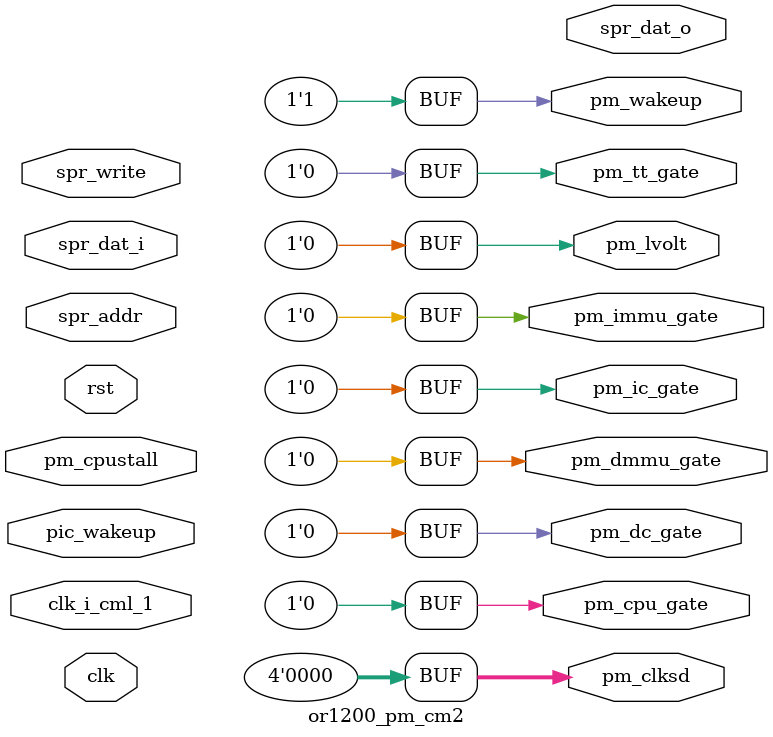
<source format=v>


// synopsys translate_off
`include "timescale.v"
// synopsys translate_on
`include "or1200_defines.v"

module or1200_pm_cm2(
		clk_i_cml_1,
		
	// RISC Internal Interface
	clk, rst, pic_wakeup, spr_write, spr_addr, spr_dat_i, spr_dat_o,
	
	// Power Management Interface
	pm_clksd, pm_cpustall, pm_dc_gate, pm_ic_gate, pm_dmmu_gate,
	pm_immu_gate, pm_tt_gate, pm_cpu_gate, pm_wakeup, pm_lvolt
);


input clk_i_cml_1;
reg  spr_write_cml_1;
reg [ 31 : 0 ] spr_addr_cml_1;
reg [ 31 : 0 ] spr_dat_i_cml_1;
reg  pm_cpustall_cml_1;
reg [ 3 : 0 ] sdf_cml_1;
reg  dme_cml_1;
reg  sme_cml_1;
reg  dcge_cml_1;



//
// RISC Internal Interface
//
input		clk;		// Clock
input		rst;		// Reset
input		pic_wakeup;	// Wakeup from the PIC
input		spr_write;	// SPR Read/Write
input	[31:0]	spr_addr;	// SPR Address
input	[31:0]	spr_dat_i;	// SPR Write Data
output	[31:0]	spr_dat_o;	// SPR Read Data

//
// Power Management Interface
//
input		pm_cpustall;	// Stall the CPU
output	[3:0]	pm_clksd;	// Clock Slowdown factor
output		pm_dc_gate;	// Gate DCache clock
output		pm_ic_gate;	// Gate ICache clock
output		pm_dmmu_gate;	// Gate DMMU clock
output		pm_immu_gate;	// Gate IMMU clock
output		pm_tt_gate;	// Gate Tick Timer clock
output		pm_cpu_gate;	// Gate main RISC/CPU clock
output		pm_wakeup;	// Activate (de-gate) all clocks
output		pm_lvolt;	// Lower operating voltage

`ifdef OR1200_PM_IMPLEMENTED

//
// Power Management Register bits
//
reg	[3:0]	sdf;	// Slow-down factor
reg		dme;	// Doze Mode Enable
reg		sme;	// Sleep Mode Enable
reg		dcge;	// Dynamic Clock Gating Enable

//
// Internal wires
//
wire		pmr_sel; // PMR select

//
// PMR address decoder (partial decoder)
//
`ifdef OR1200_PM_PARTIAL_DECODING

// SynEDA CoreMultiplier
// assignment(s): pmr_sel
// replace(s): spr_addr
assign pmr_sel = (spr_addr_cml_1[`OR1200_SPR_GROUP_BITS] == `OR1200_SPRGRP_PM) ? 1'b1 : 1'b0;
`else
assign pmr_sel = ((spr_addr[`OR1200_SPR_GROUP_BITS] == `OR1200_SPRGRP_PM) &&
		  (spr_addr[`OR1200_SPR_OFS_BITS] == `OR1200_PM_OFS_PMR)) ? 1'b1 : 1'b0;
`endif

//
// Write to PMR and also PMR[DME]/PMR[SME] reset when
// pic_wakeup is asserted
//

// SynEDA CoreMultiplier
// assignment(s): sdf, dme, sme, dcge
// replace(s): spr_write, spr_dat_i, sdf, dme, sme, dcge
always @(posedge clk or posedge rst)
	if (rst)
		{dcge, sme, dme, sdf} <= 7'b0;
	else begin  dcge <= dcge_cml_1; sme <= sme_cml_1; dme <= dme_cml_1; sdf <= sdf_cml_1; if (pmr_sel && spr_write_cml_1) begin
		sdf <= #1 spr_dat_i_cml_1[`OR1200_PM_PMR_SDF];
		dme <= #1 spr_dat_i_cml_1[`OR1200_PM_PMR_DME];
		sme <= #1 spr_dat_i_cml_1[`OR1200_PM_PMR_SME];
		dcge <= #1 spr_dat_i_cml_1[`OR1200_PM_PMR_DCGE];
	end
	else if (pic_wakeup) begin
		dme <= #1 1'b0;
		sme <= #1 1'b0;
	end end

//
// Read PMR
//
`ifdef OR1200_PM_READREGS
assign spr_dat_o[`OR1200_PM_PMR_SDF] = sdf_cml_1;
assign spr_dat_o[`OR1200_PM_PMR_DME] = dme_cml_1;
assign spr_dat_o[`OR1200_PM_PMR_SME] = sme_cml_1;
assign spr_dat_o[`OR1200_PM_PMR_DCGE] = dcge_cml_1;
`ifdef OR1200_PM_UNUSED_ZERO

// SynEDA CoreMultiplier
// assignment(s): spr_dat_o
// replace(s): sdf, dme, sme, dcge
assign spr_dat_o[`OR1200_PM_PMR_UNUSED] = 25'b0;
`endif
`endif

//
// Generate pm_clksd
//

// SynEDA CoreMultiplier
// assignment(s): pm_clksd
// replace(s): sdf
assign pm_clksd = sdf_cml_1;

//
// Statically generate all clock gate outputs
// TODO: add dynamic clock gating feature
//

// SynEDA CoreMultiplier
// assignment(s): pm_cpu_gate
// replace(s): dme, sme
assign pm_cpu_gate = (dme_cml_1 | sme_cml_1) & ~pic_wakeup;
assign pm_dc_gate = pm_cpu_gate;
assign pm_ic_gate = pm_cpu_gate;
assign pm_dmmu_gate = pm_cpu_gate;
assign pm_immu_gate = pm_cpu_gate;

// SynEDA CoreMultiplier
// assignment(s): pm_tt_gate
// replace(s): sme
assign pm_tt_gate = sme_cml_1 & ~pic_wakeup;

//
// Assert pm_wakeup when pic_wakeup is asserted
//
assign pm_wakeup = pic_wakeup;

//
// Assert pm_lvolt when pm_cpu_gate or pm_cpustall are asserted
//

// SynEDA CoreMultiplier
// assignment(s): pm_lvolt
// replace(s): pm_cpustall
assign pm_lvolt = pm_cpu_gate | pm_cpustall_cml_1;

`else

//
// When PM is not implemented, drive all outputs as would when PM is disabled
//
assign pm_clksd = 4'b0;
assign pm_cpu_gate = 1'b0;
assign pm_dc_gate = 1'b0;
assign pm_ic_gate = 1'b0;
assign pm_dmmu_gate = 1'b0;
assign pm_immu_gate = 1'b0;
assign pm_tt_gate = 1'b0;
assign pm_wakeup = 1'b1;
assign pm_lvolt = 1'b0;

//
// Read PMR
//
`ifdef OR1200_PM_READREGS
assign spr_dat_o[`OR1200_PM_PMR_SDF] = 4'b0;
assign spr_dat_o[`OR1200_PM_PMR_DME] = 1'b0;
assign spr_dat_o[`OR1200_PM_PMR_SME] = 1'b0;
assign spr_dat_o[`OR1200_PM_PMR_DCGE] = 1'b0;
`ifdef OR1200_PM_UNUSED_ZERO
assign spr_dat_o[`OR1200_PM_PMR_UNUSED] = 25'b0;
`endif
`endif

`endif


always @ (posedge clk_i_cml_1) begin
spr_write_cml_1 <= spr_write;
spr_addr_cml_1 <= spr_addr;
spr_dat_i_cml_1 <= spr_dat_i;
pm_cpustall_cml_1 <= pm_cpustall;
sdf_cml_1 <= sdf;
dme_cml_1 <= dme;
sme_cml_1 <= sme;
dcge_cml_1 <= dcge;
end
endmodule


</source>
